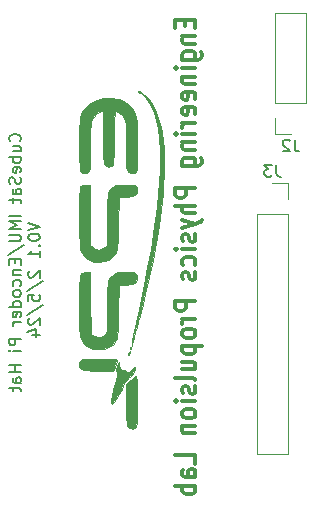
<source format=gbr>
%TF.GenerationSoftware,KiCad,Pcbnew,(6.0.5-0)*%
%TF.CreationDate,2024-02-05T18:51:56-05:00*%
%TF.ProjectId,CubeSat PCB,43756265-5361-4742-9050-43422e6b6963,rev?*%
%TF.SameCoordinates,Original*%
%TF.FileFunction,Legend,Bot*%
%TF.FilePolarity,Positive*%
%FSLAX46Y46*%
G04 Gerber Fmt 4.6, Leading zero omitted, Abs format (unit mm)*
G04 Created by KiCad (PCBNEW (6.0.5-0)) date 2024-02-05 18:51:56*
%MOMM*%
%LPD*%
G01*
G04 APERTURE LIST*
%ADD10C,0.300000*%
%ADD11C,0.150000*%
%ADD12C,0.010000*%
%ADD13C,0.120000*%
G04 APERTURE END LIST*
D10*
X108575000Y-74564285D02*
X108575000Y-75064285D01*
X109491666Y-75278571D02*
X109491666Y-74564285D01*
X107741666Y-74564285D01*
X107741666Y-75278571D01*
X108325000Y-75921428D02*
X109491666Y-75921428D01*
X108491666Y-75921428D02*
X108408333Y-75992857D01*
X108325000Y-76135714D01*
X108325000Y-76350000D01*
X108408333Y-76492857D01*
X108575000Y-76564285D01*
X109491666Y-76564285D01*
X108325000Y-77921428D02*
X109741666Y-77921428D01*
X109908333Y-77850000D01*
X109991666Y-77778571D01*
X110075000Y-77635714D01*
X110075000Y-77421428D01*
X109991666Y-77278571D01*
X109408333Y-77921428D02*
X109491666Y-77778571D01*
X109491666Y-77492857D01*
X109408333Y-77350000D01*
X109325000Y-77278571D01*
X109158333Y-77207142D01*
X108658333Y-77207142D01*
X108491666Y-77278571D01*
X108408333Y-77350000D01*
X108325000Y-77492857D01*
X108325000Y-77778571D01*
X108408333Y-77921428D01*
X109491666Y-78635714D02*
X108325000Y-78635714D01*
X107741666Y-78635714D02*
X107825000Y-78564285D01*
X107908333Y-78635714D01*
X107825000Y-78707142D01*
X107741666Y-78635714D01*
X107908333Y-78635714D01*
X108325000Y-79350000D02*
X109491666Y-79350000D01*
X108491666Y-79350000D02*
X108408333Y-79421428D01*
X108325000Y-79564285D01*
X108325000Y-79778571D01*
X108408333Y-79921428D01*
X108575000Y-79992857D01*
X109491666Y-79992857D01*
X109408333Y-81278571D02*
X109491666Y-81135714D01*
X109491666Y-80850000D01*
X109408333Y-80707142D01*
X109241666Y-80635714D01*
X108575000Y-80635714D01*
X108408333Y-80707142D01*
X108325000Y-80850000D01*
X108325000Y-81135714D01*
X108408333Y-81278571D01*
X108575000Y-81350000D01*
X108741666Y-81350000D01*
X108908333Y-80635714D01*
X109408333Y-82564285D02*
X109491666Y-82421428D01*
X109491666Y-82135714D01*
X109408333Y-81992857D01*
X109241666Y-81921428D01*
X108575000Y-81921428D01*
X108408333Y-81992857D01*
X108325000Y-82135714D01*
X108325000Y-82421428D01*
X108408333Y-82564285D01*
X108575000Y-82635714D01*
X108741666Y-82635714D01*
X108908333Y-81921428D01*
X109491666Y-83278571D02*
X108325000Y-83278571D01*
X108658333Y-83278571D02*
X108491666Y-83350000D01*
X108408333Y-83421428D01*
X108325000Y-83564285D01*
X108325000Y-83707142D01*
X109491666Y-84207142D02*
X108325000Y-84207142D01*
X107741666Y-84207142D02*
X107825000Y-84135714D01*
X107908333Y-84207142D01*
X107825000Y-84278571D01*
X107741666Y-84207142D01*
X107908333Y-84207142D01*
X108325000Y-84921428D02*
X109491666Y-84921428D01*
X108491666Y-84921428D02*
X108408333Y-84992857D01*
X108325000Y-85135714D01*
X108325000Y-85350000D01*
X108408333Y-85492857D01*
X108575000Y-85564285D01*
X109491666Y-85564285D01*
X108325000Y-86921428D02*
X109741666Y-86921428D01*
X109908333Y-86850000D01*
X109991666Y-86778571D01*
X110075000Y-86635714D01*
X110075000Y-86421428D01*
X109991666Y-86278571D01*
X109408333Y-86921428D02*
X109491666Y-86778571D01*
X109491666Y-86492857D01*
X109408333Y-86350000D01*
X109325000Y-86278571D01*
X109158333Y-86207142D01*
X108658333Y-86207142D01*
X108491666Y-86278571D01*
X108408333Y-86350000D01*
X108325000Y-86492857D01*
X108325000Y-86778571D01*
X108408333Y-86921428D01*
X109491666Y-88778571D02*
X107741666Y-88778571D01*
X107741666Y-89350000D01*
X107825000Y-89492857D01*
X107908333Y-89564285D01*
X108075000Y-89635714D01*
X108325000Y-89635714D01*
X108491666Y-89564285D01*
X108575000Y-89492857D01*
X108658333Y-89350000D01*
X108658333Y-88778571D01*
X109491666Y-90278571D02*
X107741666Y-90278571D01*
X109491666Y-90921428D02*
X108575000Y-90921428D01*
X108408333Y-90850000D01*
X108325000Y-90707142D01*
X108325000Y-90492857D01*
X108408333Y-90350000D01*
X108491666Y-90278571D01*
X108325000Y-91492857D02*
X109491666Y-91850000D01*
X108325000Y-92207142D02*
X109491666Y-91850000D01*
X109908333Y-91707142D01*
X109991666Y-91635714D01*
X110075000Y-91492857D01*
X109408333Y-92707142D02*
X109491666Y-92850000D01*
X109491666Y-93135714D01*
X109408333Y-93278571D01*
X109241666Y-93350000D01*
X109158333Y-93350000D01*
X108991666Y-93278571D01*
X108908333Y-93135714D01*
X108908333Y-92921428D01*
X108825000Y-92778571D01*
X108658333Y-92707142D01*
X108575000Y-92707142D01*
X108408333Y-92778571D01*
X108325000Y-92921428D01*
X108325000Y-93135714D01*
X108408333Y-93278571D01*
X109491666Y-93992857D02*
X108325000Y-93992857D01*
X107741666Y-93992857D02*
X107825000Y-93921428D01*
X107908333Y-93992857D01*
X107825000Y-94064285D01*
X107741666Y-93992857D01*
X107908333Y-93992857D01*
X109408333Y-95350000D02*
X109491666Y-95207142D01*
X109491666Y-94921428D01*
X109408333Y-94778571D01*
X109325000Y-94707142D01*
X109158333Y-94635714D01*
X108658333Y-94635714D01*
X108491666Y-94707142D01*
X108408333Y-94778571D01*
X108325000Y-94921428D01*
X108325000Y-95207142D01*
X108408333Y-95350000D01*
X109408333Y-95921428D02*
X109491666Y-96064285D01*
X109491666Y-96350000D01*
X109408333Y-96492857D01*
X109241666Y-96564285D01*
X109158333Y-96564285D01*
X108991666Y-96492857D01*
X108908333Y-96350000D01*
X108908333Y-96135714D01*
X108825000Y-95992857D01*
X108658333Y-95921428D01*
X108575000Y-95921428D01*
X108408333Y-95992857D01*
X108325000Y-96135714D01*
X108325000Y-96350000D01*
X108408333Y-96492857D01*
X109491666Y-98350000D02*
X107741666Y-98350000D01*
X107741666Y-98921428D01*
X107825000Y-99064285D01*
X107908333Y-99135714D01*
X108075000Y-99207142D01*
X108325000Y-99207142D01*
X108491666Y-99135714D01*
X108575000Y-99064285D01*
X108658333Y-98921428D01*
X108658333Y-98350000D01*
X109491666Y-99850000D02*
X108325000Y-99850000D01*
X108658333Y-99850000D02*
X108491666Y-99921428D01*
X108408333Y-99992857D01*
X108325000Y-100135714D01*
X108325000Y-100278571D01*
X109491666Y-100992857D02*
X109408333Y-100850000D01*
X109325000Y-100778571D01*
X109158333Y-100707142D01*
X108658333Y-100707142D01*
X108491666Y-100778571D01*
X108408333Y-100850000D01*
X108325000Y-100992857D01*
X108325000Y-101207142D01*
X108408333Y-101350000D01*
X108491666Y-101421428D01*
X108658333Y-101492857D01*
X109158333Y-101492857D01*
X109325000Y-101421428D01*
X109408333Y-101350000D01*
X109491666Y-101207142D01*
X109491666Y-100992857D01*
X108325000Y-102135714D02*
X110075000Y-102135714D01*
X108408333Y-102135714D02*
X108325000Y-102278571D01*
X108325000Y-102564285D01*
X108408333Y-102707142D01*
X108491666Y-102778571D01*
X108658333Y-102850000D01*
X109158333Y-102850000D01*
X109325000Y-102778571D01*
X109408333Y-102707142D01*
X109491666Y-102564285D01*
X109491666Y-102278571D01*
X109408333Y-102135714D01*
X108325000Y-104135714D02*
X109491666Y-104135714D01*
X108325000Y-103492857D02*
X109241666Y-103492857D01*
X109408333Y-103564285D01*
X109491666Y-103707142D01*
X109491666Y-103921428D01*
X109408333Y-104064285D01*
X109325000Y-104135714D01*
X109491666Y-105064285D02*
X109408333Y-104921428D01*
X109241666Y-104850000D01*
X107741666Y-104850000D01*
X109408333Y-105564285D02*
X109491666Y-105707142D01*
X109491666Y-105992857D01*
X109408333Y-106135714D01*
X109241666Y-106207142D01*
X109158333Y-106207142D01*
X108991666Y-106135714D01*
X108908333Y-105992857D01*
X108908333Y-105778571D01*
X108825000Y-105635714D01*
X108658333Y-105564285D01*
X108575000Y-105564285D01*
X108408333Y-105635714D01*
X108325000Y-105778571D01*
X108325000Y-105992857D01*
X108408333Y-106135714D01*
X109491666Y-106850000D02*
X108325000Y-106850000D01*
X107741666Y-106850000D02*
X107825000Y-106778571D01*
X107908333Y-106850000D01*
X107825000Y-106921428D01*
X107741666Y-106850000D01*
X107908333Y-106850000D01*
X109491666Y-107778571D02*
X109408333Y-107635714D01*
X109325000Y-107564285D01*
X109158333Y-107492857D01*
X108658333Y-107492857D01*
X108491666Y-107564285D01*
X108408333Y-107635714D01*
X108325000Y-107778571D01*
X108325000Y-107992857D01*
X108408333Y-108135714D01*
X108491666Y-108207142D01*
X108658333Y-108278571D01*
X109158333Y-108278571D01*
X109325000Y-108207142D01*
X109408333Y-108135714D01*
X109491666Y-107992857D01*
X109491666Y-107778571D01*
X108325000Y-108921428D02*
X109491666Y-108921428D01*
X108491666Y-108921428D02*
X108408333Y-108992857D01*
X108325000Y-109135714D01*
X108325000Y-109350000D01*
X108408333Y-109492857D01*
X108575000Y-109564285D01*
X109491666Y-109564285D01*
X109491666Y-112135714D02*
X109491666Y-111421428D01*
X107741666Y-111421428D01*
X109491666Y-113278571D02*
X108575000Y-113278571D01*
X108408333Y-113207142D01*
X108325000Y-113064285D01*
X108325000Y-112778571D01*
X108408333Y-112635714D01*
X109408333Y-113278571D02*
X109491666Y-113135714D01*
X109491666Y-112778571D01*
X109408333Y-112635714D01*
X109241666Y-112564285D01*
X109075000Y-112564285D01*
X108908333Y-112635714D01*
X108825000Y-112778571D01*
X108825000Y-113135714D01*
X108741666Y-113278571D01*
X109491666Y-113992857D02*
X107741666Y-113992857D01*
X108408333Y-113992857D02*
X108325000Y-114135714D01*
X108325000Y-114421428D01*
X108408333Y-114564285D01*
X108491666Y-114635714D01*
X108658333Y-114707142D01*
X109158333Y-114707142D01*
X109325000Y-114635714D01*
X109408333Y-114564285D01*
X109491666Y-114421428D01*
X109491666Y-114135714D01*
X109408333Y-113992857D01*
D11*
X94602142Y-84835714D02*
X94649761Y-84788095D01*
X94697380Y-84645238D01*
X94697380Y-84550000D01*
X94649761Y-84407142D01*
X94554523Y-84311904D01*
X94459285Y-84264285D01*
X94268809Y-84216666D01*
X94125952Y-84216666D01*
X93935476Y-84264285D01*
X93840238Y-84311904D01*
X93745000Y-84407142D01*
X93697380Y-84550000D01*
X93697380Y-84645238D01*
X93745000Y-84788095D01*
X93792619Y-84835714D01*
X94030714Y-85692857D02*
X94697380Y-85692857D01*
X94030714Y-85264285D02*
X94554523Y-85264285D01*
X94649761Y-85311904D01*
X94697380Y-85407142D01*
X94697380Y-85550000D01*
X94649761Y-85645238D01*
X94602142Y-85692857D01*
X94697380Y-86169047D02*
X93697380Y-86169047D01*
X94078333Y-86169047D02*
X94030714Y-86264285D01*
X94030714Y-86454761D01*
X94078333Y-86550000D01*
X94125952Y-86597619D01*
X94221190Y-86645238D01*
X94506904Y-86645238D01*
X94602142Y-86597619D01*
X94649761Y-86550000D01*
X94697380Y-86454761D01*
X94697380Y-86264285D01*
X94649761Y-86169047D01*
X94649761Y-87454761D02*
X94697380Y-87359523D01*
X94697380Y-87169047D01*
X94649761Y-87073809D01*
X94554523Y-87026190D01*
X94173571Y-87026190D01*
X94078333Y-87073809D01*
X94030714Y-87169047D01*
X94030714Y-87359523D01*
X94078333Y-87454761D01*
X94173571Y-87502380D01*
X94268809Y-87502380D01*
X94364047Y-87026190D01*
X94649761Y-87883333D02*
X94697380Y-88026190D01*
X94697380Y-88264285D01*
X94649761Y-88359523D01*
X94602142Y-88407142D01*
X94506904Y-88454761D01*
X94411666Y-88454761D01*
X94316428Y-88407142D01*
X94268809Y-88359523D01*
X94221190Y-88264285D01*
X94173571Y-88073809D01*
X94125952Y-87978571D01*
X94078333Y-87930952D01*
X93983095Y-87883333D01*
X93887857Y-87883333D01*
X93792619Y-87930952D01*
X93745000Y-87978571D01*
X93697380Y-88073809D01*
X93697380Y-88311904D01*
X93745000Y-88454761D01*
X94697380Y-89311904D02*
X94173571Y-89311904D01*
X94078333Y-89264285D01*
X94030714Y-89169047D01*
X94030714Y-88978571D01*
X94078333Y-88883333D01*
X94649761Y-89311904D02*
X94697380Y-89216666D01*
X94697380Y-88978571D01*
X94649761Y-88883333D01*
X94554523Y-88835714D01*
X94459285Y-88835714D01*
X94364047Y-88883333D01*
X94316428Y-88978571D01*
X94316428Y-89216666D01*
X94268809Y-89311904D01*
X94030714Y-89645238D02*
X94030714Y-90026190D01*
X93697380Y-89788095D02*
X94554523Y-89788095D01*
X94649761Y-89835714D01*
X94697380Y-89930952D01*
X94697380Y-90026190D01*
X94697380Y-91121428D02*
X93697380Y-91121428D01*
X94697380Y-91597619D02*
X93697380Y-91597619D01*
X94411666Y-91930952D01*
X93697380Y-92264285D01*
X94697380Y-92264285D01*
X93697380Y-92740476D02*
X94506904Y-92740476D01*
X94602142Y-92788095D01*
X94649761Y-92835714D01*
X94697380Y-92930952D01*
X94697380Y-93121428D01*
X94649761Y-93216666D01*
X94602142Y-93264285D01*
X94506904Y-93311904D01*
X93697380Y-93311904D01*
X93649761Y-94502380D02*
X94935476Y-93645238D01*
X94173571Y-94835714D02*
X94173571Y-95169047D01*
X94697380Y-95311904D02*
X94697380Y-94835714D01*
X93697380Y-94835714D01*
X93697380Y-95311904D01*
X94030714Y-95740476D02*
X94697380Y-95740476D01*
X94125952Y-95740476D02*
X94078333Y-95788095D01*
X94030714Y-95883333D01*
X94030714Y-96026190D01*
X94078333Y-96121428D01*
X94173571Y-96169047D01*
X94697380Y-96169047D01*
X94649761Y-97073809D02*
X94697380Y-96978571D01*
X94697380Y-96788095D01*
X94649761Y-96692857D01*
X94602142Y-96645238D01*
X94506904Y-96597619D01*
X94221190Y-96597619D01*
X94125952Y-96645238D01*
X94078333Y-96692857D01*
X94030714Y-96788095D01*
X94030714Y-96978571D01*
X94078333Y-97073809D01*
X94697380Y-97645238D02*
X94649761Y-97549999D01*
X94602142Y-97502380D01*
X94506904Y-97454761D01*
X94221190Y-97454761D01*
X94125952Y-97502380D01*
X94078333Y-97549999D01*
X94030714Y-97645238D01*
X94030714Y-97788095D01*
X94078333Y-97883333D01*
X94125952Y-97930952D01*
X94221190Y-97978571D01*
X94506904Y-97978571D01*
X94602142Y-97930952D01*
X94649761Y-97883333D01*
X94697380Y-97788095D01*
X94697380Y-97645238D01*
X94697380Y-98835714D02*
X93697380Y-98835714D01*
X94649761Y-98835714D02*
X94697380Y-98740476D01*
X94697380Y-98549999D01*
X94649761Y-98454761D01*
X94602142Y-98407142D01*
X94506904Y-98359523D01*
X94221190Y-98359523D01*
X94125952Y-98407142D01*
X94078333Y-98454761D01*
X94030714Y-98549999D01*
X94030714Y-98740476D01*
X94078333Y-98835714D01*
X94649761Y-99692857D02*
X94697380Y-99597619D01*
X94697380Y-99407142D01*
X94649761Y-99311904D01*
X94554523Y-99264285D01*
X94173571Y-99264285D01*
X94078333Y-99311904D01*
X94030714Y-99407142D01*
X94030714Y-99597619D01*
X94078333Y-99692857D01*
X94173571Y-99740476D01*
X94268809Y-99740476D01*
X94364047Y-99264285D01*
X94697380Y-100169047D02*
X94030714Y-100169047D01*
X94221190Y-100169047D02*
X94125952Y-100216666D01*
X94078333Y-100264285D01*
X94030714Y-100359523D01*
X94030714Y-100454761D01*
X94697380Y-101549999D02*
X93697380Y-101549999D01*
X93697380Y-101930952D01*
X93745000Y-102026190D01*
X93792619Y-102073809D01*
X93887857Y-102121428D01*
X94030714Y-102121428D01*
X94125952Y-102073809D01*
X94173571Y-102026190D01*
X94221190Y-101930952D01*
X94221190Y-101549999D01*
X94697380Y-102549999D02*
X94030714Y-102549999D01*
X93697380Y-102549999D02*
X93745000Y-102502380D01*
X93792619Y-102549999D01*
X93745000Y-102597619D01*
X93697380Y-102549999D01*
X93792619Y-102549999D01*
X94697380Y-103788095D02*
X93697380Y-103788095D01*
X94173571Y-103788095D02*
X94173571Y-104359523D01*
X94697380Y-104359523D02*
X93697380Y-104359523D01*
X94697380Y-105264285D02*
X94173571Y-105264285D01*
X94078333Y-105216666D01*
X94030714Y-105121428D01*
X94030714Y-104930952D01*
X94078333Y-104835714D01*
X94649761Y-105264285D02*
X94697380Y-105169047D01*
X94697380Y-104930952D01*
X94649761Y-104835714D01*
X94554523Y-104788095D01*
X94459285Y-104788095D01*
X94364047Y-104835714D01*
X94316428Y-104930952D01*
X94316428Y-105169047D01*
X94268809Y-105264285D01*
X94030714Y-105597619D02*
X94030714Y-105978571D01*
X93697380Y-105740476D02*
X94554523Y-105740476D01*
X94649761Y-105788095D01*
X94697380Y-105883333D01*
X94697380Y-105978571D01*
X95307380Y-91716666D02*
X96307380Y-92050000D01*
X95307380Y-92383333D01*
X95307380Y-92907142D02*
X95307380Y-93002380D01*
X95355000Y-93097619D01*
X95402619Y-93145238D01*
X95497857Y-93192857D01*
X95688333Y-93240476D01*
X95926428Y-93240476D01*
X96116904Y-93192857D01*
X96212142Y-93145238D01*
X96259761Y-93097619D01*
X96307380Y-93002380D01*
X96307380Y-92907142D01*
X96259761Y-92811904D01*
X96212142Y-92764285D01*
X96116904Y-92716666D01*
X95926428Y-92669047D01*
X95688333Y-92669047D01*
X95497857Y-92716666D01*
X95402619Y-92764285D01*
X95355000Y-92811904D01*
X95307380Y-92907142D01*
X96212142Y-93669047D02*
X96259761Y-93716666D01*
X96307380Y-93669047D01*
X96259761Y-93621428D01*
X96212142Y-93669047D01*
X96307380Y-93669047D01*
X96307380Y-94669047D02*
X96307380Y-94097619D01*
X96307380Y-94383333D02*
X95307380Y-94383333D01*
X95450238Y-94288095D01*
X95545476Y-94192857D01*
X95593095Y-94097619D01*
X95402619Y-95811904D02*
X95355000Y-95859523D01*
X95307380Y-95954761D01*
X95307380Y-96192857D01*
X95355000Y-96288095D01*
X95402619Y-96335714D01*
X95497857Y-96383333D01*
X95593095Y-96383333D01*
X95735952Y-96335714D01*
X96307380Y-95764285D01*
X96307380Y-96383333D01*
X95259761Y-97526190D02*
X96545476Y-96669047D01*
X95307380Y-98335714D02*
X95307380Y-97859523D01*
X95783571Y-97811904D01*
X95735952Y-97859523D01*
X95688333Y-97954761D01*
X95688333Y-98192857D01*
X95735952Y-98288095D01*
X95783571Y-98335714D01*
X95878809Y-98383333D01*
X96116904Y-98383333D01*
X96212142Y-98335714D01*
X96259761Y-98288095D01*
X96307380Y-98192857D01*
X96307380Y-97954761D01*
X96259761Y-97859523D01*
X96212142Y-97811904D01*
X95259761Y-99526190D02*
X96545476Y-98669047D01*
X95402619Y-99811904D02*
X95355000Y-99859523D01*
X95307380Y-99954761D01*
X95307380Y-100192857D01*
X95355000Y-100288095D01*
X95402619Y-100335714D01*
X95497857Y-100383333D01*
X95593095Y-100383333D01*
X95735952Y-100335714D01*
X96307380Y-99764285D01*
X96307380Y-100383333D01*
X95640714Y-101240476D02*
X96307380Y-101240476D01*
X95259761Y-101002380D02*
X95974047Y-100764285D01*
X95974047Y-101383333D01*
%TO.C,J3*%
X116333333Y-86822380D02*
X116333333Y-87536666D01*
X116380952Y-87679523D01*
X116476190Y-87774761D01*
X116619047Y-87822380D01*
X116714285Y-87822380D01*
X115952380Y-86822380D02*
X115333333Y-86822380D01*
X115666666Y-87203333D01*
X115523809Y-87203333D01*
X115428571Y-87250952D01*
X115380952Y-87298571D01*
X115333333Y-87393809D01*
X115333333Y-87631904D01*
X115380952Y-87727142D01*
X115428571Y-87774761D01*
X115523809Y-87822380D01*
X115809523Y-87822380D01*
X115904761Y-87774761D01*
X115952380Y-87727142D01*
%TO.C,J2*%
X117883333Y-84682380D02*
X117883333Y-85396666D01*
X117930952Y-85539523D01*
X118026190Y-85634761D01*
X118169047Y-85682380D01*
X118264285Y-85682380D01*
X117454761Y-84777619D02*
X117407142Y-84730000D01*
X117311904Y-84682380D01*
X117073809Y-84682380D01*
X116978571Y-84730000D01*
X116930952Y-84777619D01*
X116883333Y-84872857D01*
X116883333Y-84968095D01*
X116930952Y-85110952D01*
X117502380Y-85682380D01*
X116883333Y-85682380D01*
%TO.C,G\u002A\u002A\u002A*%
G36*
X104679001Y-80570124D02*
G01*
X104856866Y-80660449D01*
X105076960Y-80802896D01*
X105294840Y-80968622D01*
X105466065Y-81128783D01*
X105562702Y-81243533D01*
X105891377Y-81753322D01*
X106183640Y-82393964D01*
X106429516Y-83136659D01*
X106619029Y-83952604D01*
X106742202Y-84813000D01*
X106787137Y-85378301D01*
X106824158Y-86429323D01*
X106812444Y-87557014D01*
X106751861Y-88707667D01*
X106703212Y-89286577D01*
X106562426Y-90572804D01*
X106372241Y-91959539D01*
X106139561Y-93407816D01*
X105871288Y-94878667D01*
X105574327Y-96333126D01*
X105255579Y-97732226D01*
X104921949Y-99037000D01*
X104890958Y-99151265D01*
X104774223Y-99587406D01*
X104648866Y-100063010D01*
X104522321Y-100549057D01*
X104402023Y-101016529D01*
X104295407Y-101436407D01*
X104209907Y-101779670D01*
X104152959Y-102017300D01*
X104131998Y-102120278D01*
X104131472Y-102124561D01*
X104082657Y-102106880D01*
X104078470Y-102089816D01*
X104090829Y-101942307D01*
X104134286Y-101671926D01*
X104203508Y-101309602D01*
X104293159Y-100886269D01*
X104365525Y-100558243D01*
X104764191Y-98717034D01*
X105116608Y-97024130D01*
X105424483Y-95467557D01*
X105689528Y-94035340D01*
X105913450Y-92715502D01*
X106097962Y-91496068D01*
X106244771Y-90365063D01*
X106355588Y-89310512D01*
X106432123Y-88320438D01*
X106476085Y-87382868D01*
X106489184Y-86485825D01*
X106473130Y-85617334D01*
X106472123Y-85588987D01*
X106414495Y-84587880D01*
X106315940Y-83730566D01*
X106171203Y-82995831D01*
X105975028Y-82362463D01*
X105722161Y-81809245D01*
X105407346Y-81314966D01*
X105311449Y-81195550D01*
X105071383Y-80950843D01*
X104842845Y-80775304D01*
X104773681Y-80732592D01*
X104627398Y-80623164D01*
X104588931Y-80559513D01*
X104679001Y-80570124D01*
G37*
D12*
X104679001Y-80570124D02*
X104856866Y-80660449D01*
X105076960Y-80802896D01*
X105294840Y-80968622D01*
X105466065Y-81128783D01*
X105562702Y-81243533D01*
X105891377Y-81753322D01*
X106183640Y-82393964D01*
X106429516Y-83136659D01*
X106619029Y-83952604D01*
X106742202Y-84813000D01*
X106787137Y-85378301D01*
X106824158Y-86429323D01*
X106812444Y-87557014D01*
X106751861Y-88707667D01*
X106703212Y-89286577D01*
X106562426Y-90572804D01*
X106372241Y-91959539D01*
X106139561Y-93407816D01*
X105871288Y-94878667D01*
X105574327Y-96333126D01*
X105255579Y-97732226D01*
X104921949Y-99037000D01*
X104890958Y-99151265D01*
X104774223Y-99587406D01*
X104648866Y-100063010D01*
X104522321Y-100549057D01*
X104402023Y-101016529D01*
X104295407Y-101436407D01*
X104209907Y-101779670D01*
X104152959Y-102017300D01*
X104131998Y-102120278D01*
X104131472Y-102124561D01*
X104082657Y-102106880D01*
X104078470Y-102089816D01*
X104090829Y-101942307D01*
X104134286Y-101671926D01*
X104203508Y-101309602D01*
X104293159Y-100886269D01*
X104365525Y-100558243D01*
X104764191Y-98717034D01*
X105116608Y-97024130D01*
X105424483Y-95467557D01*
X105689528Y-94035340D01*
X105913450Y-92715502D01*
X106097962Y-91496068D01*
X106244771Y-90365063D01*
X106355588Y-89310512D01*
X106432123Y-88320438D01*
X106476085Y-87382868D01*
X106489184Y-86485825D01*
X106473130Y-85617334D01*
X106472123Y-85588987D01*
X106414495Y-84587880D01*
X106315940Y-83730566D01*
X106171203Y-82995831D01*
X105975028Y-82362463D01*
X105722161Y-81809245D01*
X105407346Y-81314966D01*
X105311449Y-81195550D01*
X105071383Y-80950843D01*
X104842845Y-80775304D01*
X104773681Y-80732592D01*
X104627398Y-80623164D01*
X104588931Y-80559513D01*
X104679001Y-80570124D01*
G36*
X102997831Y-81255093D02*
G01*
X103484414Y-81473198D01*
X103927960Y-81826413D01*
X104269119Y-82273497D01*
X104475497Y-82781000D01*
X104489595Y-82893648D01*
X104505926Y-83164872D01*
X104520484Y-83558302D01*
X104532518Y-84047974D01*
X104541274Y-84607924D01*
X104546000Y-85212188D01*
X104546904Y-85451336D01*
X104548198Y-86063463D01*
X104546294Y-86532974D01*
X104539822Y-86879903D01*
X104527408Y-87124284D01*
X104507681Y-87286152D01*
X104479268Y-87385541D01*
X104440798Y-87442486D01*
X104390899Y-87477021D01*
X104261636Y-87533986D01*
X104018426Y-87544293D01*
X103792666Y-87395334D01*
X103743571Y-87339341D01*
X103701415Y-87261275D01*
X103670434Y-87145155D01*
X103648919Y-86969101D01*
X103635161Y-86711235D01*
X103627450Y-86349676D01*
X103624077Y-85862545D01*
X103623333Y-85227962D01*
X103622714Y-84806969D01*
X103616776Y-84188467D01*
X103600794Y-83705316D01*
X103570254Y-83335880D01*
X103520644Y-83058522D01*
X103447450Y-82851607D01*
X103346161Y-82693500D01*
X103212264Y-82562564D01*
X103041245Y-82437163D01*
X102961348Y-82384262D01*
X102778106Y-82274404D01*
X102676233Y-82230667D01*
X102675537Y-82230813D01*
X102658538Y-82318421D01*
X102641546Y-82552654D01*
X102625381Y-82911712D01*
X102610863Y-83373797D01*
X102598814Y-83917109D01*
X102590053Y-84519850D01*
X102586517Y-84842080D01*
X102578232Y-85482109D01*
X102566942Y-85978803D01*
X102548972Y-86350358D01*
X102520648Y-86614968D01*
X102478295Y-86790830D01*
X102418238Y-86896139D01*
X102336803Y-86949091D01*
X102230315Y-86967880D01*
X102095100Y-86970704D01*
X102089752Y-86970732D01*
X101969103Y-86965836D01*
X101874520Y-86937704D01*
X101802832Y-86868075D01*
X101750870Y-86738686D01*
X101715464Y-86531276D01*
X101693444Y-86227582D01*
X101681639Y-85809342D01*
X101676881Y-85258295D01*
X101676000Y-84556178D01*
X101674273Y-84004406D01*
X101668851Y-83460076D01*
X101660275Y-82993431D01*
X101649100Y-82627383D01*
X101635878Y-82384842D01*
X101621164Y-82288720D01*
X101613433Y-82282158D01*
X101485533Y-82281499D01*
X101294470Y-82378358D01*
X101080480Y-82542362D01*
X100883802Y-82743139D01*
X100744674Y-82950318D01*
X100715777Y-83012711D01*
X100667873Y-83141150D01*
X100632206Y-83293559D01*
X100607001Y-83494164D01*
X100590486Y-83767191D01*
X100580885Y-84136867D01*
X100576425Y-84627416D01*
X100575333Y-85263065D01*
X100574846Y-85791964D01*
X100571971Y-86297533D01*
X100564940Y-86674086D01*
X100551998Y-86943728D01*
X100531388Y-87128568D01*
X100501356Y-87250710D01*
X100460145Y-87332263D01*
X100406000Y-87395334D01*
X100241927Y-87514979D01*
X99999363Y-87552940D01*
X99777047Y-87431619D01*
X99751203Y-87383734D01*
X99707191Y-87175386D01*
X99672927Y-86839551D01*
X99648333Y-86403880D01*
X99633331Y-85896023D01*
X99627845Y-85343634D01*
X99631798Y-84774362D01*
X99645111Y-84215858D01*
X99667707Y-83695775D01*
X99699510Y-83241762D01*
X99740443Y-82881472D01*
X99790427Y-82642556D01*
X99901363Y-82371426D01*
X100215558Y-81917253D01*
X100643226Y-81556173D01*
X101159828Y-81298802D01*
X101740823Y-81155754D01*
X102361671Y-81137645D01*
X102997831Y-81255093D01*
G37*
X102997831Y-81255093D02*
X103484414Y-81473198D01*
X103927960Y-81826413D01*
X104269119Y-82273497D01*
X104475497Y-82781000D01*
X104489595Y-82893648D01*
X104505926Y-83164872D01*
X104520484Y-83558302D01*
X104532518Y-84047974D01*
X104541274Y-84607924D01*
X104546000Y-85212188D01*
X104546904Y-85451336D01*
X104548198Y-86063463D01*
X104546294Y-86532974D01*
X104539822Y-86879903D01*
X104527408Y-87124284D01*
X104507681Y-87286152D01*
X104479268Y-87385541D01*
X104440798Y-87442486D01*
X104390899Y-87477021D01*
X104261636Y-87533986D01*
X104018426Y-87544293D01*
X103792666Y-87395334D01*
X103743571Y-87339341D01*
X103701415Y-87261275D01*
X103670434Y-87145155D01*
X103648919Y-86969101D01*
X103635161Y-86711235D01*
X103627450Y-86349676D01*
X103624077Y-85862545D01*
X103623333Y-85227962D01*
X103622714Y-84806969D01*
X103616776Y-84188467D01*
X103600794Y-83705316D01*
X103570254Y-83335880D01*
X103520644Y-83058522D01*
X103447450Y-82851607D01*
X103346161Y-82693500D01*
X103212264Y-82562564D01*
X103041245Y-82437163D01*
X102961348Y-82384262D01*
X102778106Y-82274404D01*
X102676233Y-82230667D01*
X102675537Y-82230813D01*
X102658538Y-82318421D01*
X102641546Y-82552654D01*
X102625381Y-82911712D01*
X102610863Y-83373797D01*
X102598814Y-83917109D01*
X102590053Y-84519850D01*
X102586517Y-84842080D01*
X102578232Y-85482109D01*
X102566942Y-85978803D01*
X102548972Y-86350358D01*
X102520648Y-86614968D01*
X102478295Y-86790830D01*
X102418238Y-86896139D01*
X102336803Y-86949091D01*
X102230315Y-86967880D01*
X102095100Y-86970704D01*
X102089752Y-86970732D01*
X101969103Y-86965836D01*
X101874520Y-86937704D01*
X101802832Y-86868075D01*
X101750870Y-86738686D01*
X101715464Y-86531276D01*
X101693444Y-86227582D01*
X101681639Y-85809342D01*
X101676881Y-85258295D01*
X101676000Y-84556178D01*
X101674273Y-84004406D01*
X101668851Y-83460076D01*
X101660275Y-82993431D01*
X101649100Y-82627383D01*
X101635878Y-82384842D01*
X101621164Y-82288720D01*
X101613433Y-82282158D01*
X101485533Y-82281499D01*
X101294470Y-82378358D01*
X101080480Y-82542362D01*
X100883802Y-82743139D01*
X100744674Y-82950318D01*
X100715777Y-83012711D01*
X100667873Y-83141150D01*
X100632206Y-83293559D01*
X100607001Y-83494164D01*
X100590486Y-83767191D01*
X100580885Y-84136867D01*
X100576425Y-84627416D01*
X100575333Y-85263065D01*
X100574846Y-85791964D01*
X100571971Y-86297533D01*
X100564940Y-86674086D01*
X100551998Y-86943728D01*
X100531388Y-87128568D01*
X100501356Y-87250710D01*
X100460145Y-87332263D01*
X100406000Y-87395334D01*
X100241927Y-87514979D01*
X99999363Y-87552940D01*
X99777047Y-87431619D01*
X99751203Y-87383734D01*
X99707191Y-87175386D01*
X99672927Y-86839551D01*
X99648333Y-86403880D01*
X99633331Y-85896023D01*
X99627845Y-85343634D01*
X99631798Y-84774362D01*
X99645111Y-84215858D01*
X99667707Y-83695775D01*
X99699510Y-83241762D01*
X99740443Y-82881472D01*
X99790427Y-82642556D01*
X99901363Y-82371426D01*
X100215558Y-81917253D01*
X100643226Y-81556173D01*
X101159828Y-81298802D01*
X101740823Y-81155754D01*
X102361671Y-81137645D01*
X102997831Y-81255093D01*
G36*
X100575333Y-93583697D02*
G01*
X100783151Y-93791515D01*
X100971979Y-93930241D01*
X101294999Y-93999334D01*
X101532198Y-93965086D01*
X101806848Y-93791515D01*
X102014666Y-93583697D01*
X102014666Y-91502796D01*
X102015289Y-91066123D01*
X102020788Y-90435449D01*
X102034990Y-89941240D01*
X102061504Y-89562714D01*
X102103935Y-89279087D01*
X102165892Y-89069578D01*
X102250982Y-88913402D01*
X102362812Y-88789777D01*
X102504990Y-88677920D01*
X102558792Y-88641548D01*
X102709448Y-88566739D01*
X102899056Y-88522492D01*
X103171007Y-88501386D01*
X103568696Y-88496000D01*
X103730994Y-88496557D01*
X104064585Y-88505330D01*
X104275316Y-88529128D01*
X104396942Y-88573544D01*
X104463218Y-88644167D01*
X104515331Y-88775953D01*
X104550795Y-89004000D01*
X104541286Y-89167424D01*
X104480381Y-89322546D01*
X104337645Y-89420219D01*
X104083944Y-89477638D01*
X103690145Y-89512000D01*
X102988333Y-89554334D01*
X102946000Y-91798000D01*
X102940240Y-92103298D01*
X102926838Y-92741508D01*
X102910777Y-93241607D01*
X102887492Y-93625735D01*
X102852417Y-93916035D01*
X102800987Y-94134648D01*
X102728637Y-94303717D01*
X102630801Y-94445382D01*
X102502914Y-94581787D01*
X102340410Y-94735072D01*
X102160157Y-94863189D01*
X101780358Y-95003362D01*
X101339240Y-95056582D01*
X100891208Y-95018453D01*
X100490666Y-94884577D01*
X100465026Y-94871013D01*
X100152426Y-94635686D01*
X99887559Y-94321185D01*
X99726999Y-93993519D01*
X99710498Y-93899686D01*
X99688704Y-93637807D01*
X99671269Y-93256732D01*
X99658171Y-92782685D01*
X99649386Y-92241892D01*
X99644891Y-91660580D01*
X99644664Y-91064973D01*
X99648682Y-90481297D01*
X99656922Y-89935776D01*
X99669361Y-89454638D01*
X99685977Y-89064107D01*
X99706746Y-88790408D01*
X99731645Y-88659767D01*
X99779930Y-88593095D01*
X99930272Y-88517431D01*
X100197312Y-88496000D01*
X100575333Y-88496000D01*
X100575333Y-93583697D01*
G37*
X100575333Y-93583697D02*
X100783151Y-93791515D01*
X100971979Y-93930241D01*
X101294999Y-93999334D01*
X101532198Y-93965086D01*
X101806848Y-93791515D01*
X102014666Y-93583697D01*
X102014666Y-91502796D01*
X102015289Y-91066123D01*
X102020788Y-90435449D01*
X102034990Y-89941240D01*
X102061504Y-89562714D01*
X102103935Y-89279087D01*
X102165892Y-89069578D01*
X102250982Y-88913402D01*
X102362812Y-88789777D01*
X102504990Y-88677920D01*
X102558792Y-88641548D01*
X102709448Y-88566739D01*
X102899056Y-88522492D01*
X103171007Y-88501386D01*
X103568696Y-88496000D01*
X103730994Y-88496557D01*
X104064585Y-88505330D01*
X104275316Y-88529128D01*
X104396942Y-88573544D01*
X104463218Y-88644167D01*
X104515331Y-88775953D01*
X104550795Y-89004000D01*
X104541286Y-89167424D01*
X104480381Y-89322546D01*
X104337645Y-89420219D01*
X104083944Y-89477638D01*
X103690145Y-89512000D01*
X102988333Y-89554334D01*
X102946000Y-91798000D01*
X102940240Y-92103298D01*
X102926838Y-92741508D01*
X102910777Y-93241607D01*
X102887492Y-93625735D01*
X102852417Y-93916035D01*
X102800987Y-94134648D01*
X102728637Y-94303717D01*
X102630801Y-94445382D01*
X102502914Y-94581787D01*
X102340410Y-94735072D01*
X102160157Y-94863189D01*
X101780358Y-95003362D01*
X101339240Y-95056582D01*
X100891208Y-95018453D01*
X100490666Y-94884577D01*
X100465026Y-94871013D01*
X100152426Y-94635686D01*
X99887559Y-94321185D01*
X99726999Y-93993519D01*
X99710498Y-93899686D01*
X99688704Y-93637807D01*
X99671269Y-93256732D01*
X99658171Y-92782685D01*
X99649386Y-92241892D01*
X99644891Y-91660580D01*
X99644664Y-91064973D01*
X99648682Y-90481297D01*
X99656922Y-89935776D01*
X99669361Y-89454638D01*
X99685977Y-89064107D01*
X99706746Y-88790408D01*
X99731645Y-88659767D01*
X99779930Y-88593095D01*
X99930272Y-88517431D01*
X100197312Y-88496000D01*
X100575333Y-88496000D01*
X100575333Y-93583697D01*
G36*
X103701976Y-95904841D02*
G01*
X104025072Y-95913839D01*
X104229827Y-95939491D01*
X104353746Y-95988779D01*
X104434330Y-96068682D01*
X104509044Y-96219599D01*
X104554666Y-96457727D01*
X104553483Y-96502184D01*
X104495430Y-96713592D01*
X104334766Y-96855785D01*
X104050387Y-96940568D01*
X103621189Y-96979740D01*
X102988333Y-97005000D01*
X102946000Y-99206334D01*
X102942721Y-99375278D01*
X102929272Y-100012061D01*
X102915613Y-100507136D01*
X102899722Y-100882946D01*
X102879577Y-101161935D01*
X102853154Y-101366549D01*
X102818432Y-101519230D01*
X102773387Y-101642425D01*
X102715998Y-101758577D01*
X102556801Y-101993883D01*
X102210294Y-102273130D01*
X101753741Y-102425106D01*
X101185464Y-102450569D01*
X100797981Y-102401767D01*
X100367963Y-102249571D01*
X100047353Y-101987783D01*
X99815498Y-101603638D01*
X99782554Y-101523759D01*
X99739818Y-101396196D01*
X99706858Y-101247202D01*
X99682415Y-101055648D01*
X99665235Y-100800406D01*
X99654059Y-100460348D01*
X99647633Y-100014344D01*
X99644698Y-99441266D01*
X99644000Y-98719987D01*
X99644465Y-97997718D01*
X99648118Y-97382622D01*
X99658363Y-96903482D01*
X99678605Y-96543144D01*
X99712248Y-96284453D01*
X99762698Y-96110255D01*
X99833358Y-96003396D01*
X99927634Y-95946722D01*
X100048929Y-95923077D01*
X100200650Y-95915308D01*
X100533000Y-95904334D01*
X100575333Y-98486667D01*
X100579859Y-98744553D01*
X100593500Y-99373623D01*
X100609434Y-99941069D01*
X100626822Y-100425350D01*
X100644829Y-100804926D01*
X100662617Y-101058259D01*
X100679350Y-101163809D01*
X100746591Y-101233675D01*
X100964223Y-101349671D01*
X101230200Y-101418644D01*
X101464843Y-101415104D01*
X101638496Y-101343270D01*
X101847486Y-101193847D01*
X101852033Y-101189264D01*
X101902975Y-101127722D01*
X101942032Y-101045624D01*
X101970776Y-100921717D01*
X101990778Y-100734747D01*
X102003609Y-100463461D01*
X102010842Y-100086604D01*
X102014048Y-99582924D01*
X102014798Y-98931167D01*
X102015655Y-98427827D01*
X102021784Y-97815289D01*
X102037270Y-97336386D01*
X102066100Y-96969874D01*
X102112261Y-96694510D01*
X102179740Y-96489052D01*
X102272523Y-96332257D01*
X102394597Y-96202883D01*
X102549949Y-96079685D01*
X102564927Y-96068871D01*
X102713215Y-95985240D01*
X102897503Y-95935116D01*
X103162133Y-95910735D01*
X103551446Y-95904334D01*
X103701976Y-95904841D01*
G37*
X103701976Y-95904841D02*
X104025072Y-95913839D01*
X104229827Y-95939491D01*
X104353746Y-95988779D01*
X104434330Y-96068682D01*
X104509044Y-96219599D01*
X104554666Y-96457727D01*
X104553483Y-96502184D01*
X104495430Y-96713592D01*
X104334766Y-96855785D01*
X104050387Y-96940568D01*
X103621189Y-96979740D01*
X102988333Y-97005000D01*
X102946000Y-99206334D01*
X102942721Y-99375278D01*
X102929272Y-100012061D01*
X102915613Y-100507136D01*
X102899722Y-100882946D01*
X102879577Y-101161935D01*
X102853154Y-101366549D01*
X102818432Y-101519230D01*
X102773387Y-101642425D01*
X102715998Y-101758577D01*
X102556801Y-101993883D01*
X102210294Y-102273130D01*
X101753741Y-102425106D01*
X101185464Y-102450569D01*
X100797981Y-102401767D01*
X100367963Y-102249571D01*
X100047353Y-101987783D01*
X99815498Y-101603638D01*
X99782554Y-101523759D01*
X99739818Y-101396196D01*
X99706858Y-101247202D01*
X99682415Y-101055648D01*
X99665235Y-100800406D01*
X99654059Y-100460348D01*
X99647633Y-100014344D01*
X99644698Y-99441266D01*
X99644000Y-98719987D01*
X99644465Y-97997718D01*
X99648118Y-97382622D01*
X99658363Y-96903482D01*
X99678605Y-96543144D01*
X99712248Y-96284453D01*
X99762698Y-96110255D01*
X99833358Y-96003396D01*
X99927634Y-95946722D01*
X100048929Y-95923077D01*
X100200650Y-95915308D01*
X100533000Y-95904334D01*
X100575333Y-98486667D01*
X100579859Y-98744553D01*
X100593500Y-99373623D01*
X100609434Y-99941069D01*
X100626822Y-100425350D01*
X100644829Y-100804926D01*
X100662617Y-101058259D01*
X100679350Y-101163809D01*
X100746591Y-101233675D01*
X100964223Y-101349671D01*
X101230200Y-101418644D01*
X101464843Y-101415104D01*
X101638496Y-101343270D01*
X101847486Y-101193847D01*
X101852033Y-101189264D01*
X101902975Y-101127722D01*
X101942032Y-101045624D01*
X101970776Y-100921717D01*
X101990778Y-100734747D01*
X102003609Y-100463461D01*
X102010842Y-100086604D01*
X102014048Y-99582924D01*
X102014798Y-98931167D01*
X102015655Y-98427827D01*
X102021784Y-97815289D01*
X102037270Y-97336386D01*
X102066100Y-96969874D01*
X102112261Y-96694510D01*
X102179740Y-96489052D01*
X102272523Y-96332257D01*
X102394597Y-96202883D01*
X102549949Y-96079685D01*
X102564927Y-96068871D01*
X102713215Y-95985240D01*
X102897503Y-95935116D01*
X103162133Y-95910735D01*
X103551446Y-95904334D01*
X103701976Y-95904841D01*
G36*
X104462130Y-104731539D02*
G01*
X104494023Y-104900167D01*
X104498786Y-104947537D01*
X104509593Y-105164124D01*
X104519941Y-105509796D01*
X104529204Y-105956643D01*
X104536759Y-106476758D01*
X104541980Y-107042234D01*
X104543754Y-107329180D01*
X104544886Y-107916652D01*
X104538355Y-108362380D01*
X104520250Y-108685908D01*
X104486659Y-108906784D01*
X104433671Y-109044551D01*
X104357373Y-109118757D01*
X104253853Y-109148947D01*
X104119200Y-109154667D01*
X104007138Y-109148790D01*
X103877288Y-109110420D01*
X103780229Y-109019307D01*
X103711291Y-108856031D01*
X103665803Y-108601171D01*
X103639095Y-108235306D01*
X103626495Y-107739017D01*
X103623333Y-107092881D01*
X103623333Y-105407440D01*
X104020708Y-105037387D01*
X104215353Y-104858500D01*
X104371142Y-104720256D01*
X104438418Y-104667334D01*
X104462130Y-104731539D01*
G37*
X104462130Y-104731539D02*
X104494023Y-104900167D01*
X104498786Y-104947537D01*
X104509593Y-105164124D01*
X104519941Y-105509796D01*
X104529204Y-105956643D01*
X104536759Y-106476758D01*
X104541980Y-107042234D01*
X104543754Y-107329180D01*
X104544886Y-107916652D01*
X104538355Y-108362380D01*
X104520250Y-108685908D01*
X104486659Y-108906784D01*
X104433671Y-109044551D01*
X104357373Y-109118757D01*
X104253853Y-109148947D01*
X104119200Y-109154667D01*
X104007138Y-109148790D01*
X103877288Y-109110420D01*
X103780229Y-109019307D01*
X103711291Y-108856031D01*
X103665803Y-108601171D01*
X103639095Y-108235306D01*
X103626495Y-107739017D01*
X103623333Y-107092881D01*
X103623333Y-105407440D01*
X104020708Y-105037387D01*
X104215353Y-104858500D01*
X104371142Y-104720256D01*
X104438418Y-104667334D01*
X104462130Y-104731539D01*
G36*
X103025056Y-103778334D02*
G01*
X103025403Y-103788415D01*
X103064113Y-104042228D01*
X103178379Y-104171715D01*
X103401559Y-104215618D01*
X103586207Y-104254051D01*
X103715367Y-104340587D01*
X103777732Y-104382023D01*
X103897178Y-104329487D01*
X104095045Y-104158355D01*
X104230843Y-104030720D01*
X104340141Y-103942587D01*
X104369122Y-103959913D01*
X104341432Y-104074667D01*
X104275558Y-104281909D01*
X104167014Y-104535563D01*
X104026748Y-104724902D01*
X103814621Y-104913871D01*
X103737028Y-104981995D01*
X103517523Y-105236754D01*
X103375673Y-105493541D01*
X103358600Y-105540104D01*
X103254809Y-105775536D01*
X103156906Y-105937334D01*
X103099006Y-106019589D01*
X102973781Y-106231334D01*
X102835256Y-106492985D01*
X102741876Y-106667241D01*
X102598545Y-106896820D01*
X102486938Y-107032519D01*
X102485721Y-107033521D01*
X102395510Y-107050404D01*
X102352151Y-106930672D01*
X102353569Y-106699545D01*
X102397687Y-106382244D01*
X102482428Y-106003989D01*
X102605715Y-105590001D01*
X102666110Y-105404514D01*
X102772685Y-105019236D01*
X102817510Y-104724699D01*
X102808706Y-104476345D01*
X102796617Y-104234925D01*
X102888084Y-103820167D01*
X103016853Y-103524334D01*
X103025056Y-103778334D01*
G37*
X103025056Y-103778334D02*
X103025403Y-103788415D01*
X103064113Y-104042228D01*
X103178379Y-104171715D01*
X103401559Y-104215618D01*
X103586207Y-104254051D01*
X103715367Y-104340587D01*
X103777732Y-104382023D01*
X103897178Y-104329487D01*
X104095045Y-104158355D01*
X104230843Y-104030720D01*
X104340141Y-103942587D01*
X104369122Y-103959913D01*
X104341432Y-104074667D01*
X104275558Y-104281909D01*
X104167014Y-104535563D01*
X104026748Y-104724902D01*
X103814621Y-104913871D01*
X103737028Y-104981995D01*
X103517523Y-105236754D01*
X103375673Y-105493541D01*
X103358600Y-105540104D01*
X103254809Y-105775536D01*
X103156906Y-105937334D01*
X103099006Y-106019589D01*
X102973781Y-106231334D01*
X102835256Y-106492985D01*
X102741876Y-106667241D01*
X102598545Y-106896820D01*
X102486938Y-107032519D01*
X102485721Y-107033521D01*
X102395510Y-107050404D01*
X102352151Y-106930672D01*
X102353569Y-106699545D01*
X102397687Y-106382244D01*
X102482428Y-106003989D01*
X102605715Y-105590001D01*
X102666110Y-105404514D01*
X102772685Y-105019236D01*
X102817510Y-104724699D01*
X102808706Y-104476345D01*
X102796617Y-104234925D01*
X102888084Y-103820167D01*
X103016853Y-103524334D01*
X103025056Y-103778334D01*
G36*
X104039982Y-102331945D02*
G01*
X104033995Y-102417819D01*
X103995513Y-102443070D01*
X103978736Y-102413116D01*
X103988829Y-102280792D01*
X104019305Y-102241602D01*
X104039982Y-102331945D01*
G37*
X104039982Y-102331945D02*
X104033995Y-102417819D01*
X103995513Y-102443070D01*
X103978736Y-102413116D01*
X103988829Y-102280792D01*
X104019305Y-102241602D01*
X104039982Y-102331945D01*
G36*
X103954752Y-102635334D02*
G01*
X103947533Y-102708592D01*
X103877333Y-102889334D01*
X103853284Y-102923579D01*
X103805824Y-102949787D01*
X103813841Y-102857171D01*
X103877333Y-102677667D01*
X103930578Y-102584703D01*
X103954752Y-102635334D01*
G37*
X103954752Y-102635334D02*
X103947533Y-102708592D01*
X103877333Y-102889334D01*
X103853284Y-102923579D01*
X103805824Y-102949787D01*
X103813841Y-102857171D01*
X103877333Y-102677667D01*
X103930578Y-102584703D01*
X103954752Y-102635334D01*
G36*
X101524653Y-103229073D02*
G01*
X101966342Y-103235617D01*
X102336093Y-103247112D01*
X102601444Y-103262410D01*
X102729931Y-103280360D01*
X102745713Y-103286866D01*
X102812545Y-103343939D01*
X102819955Y-103452989D01*
X102763427Y-103647625D01*
X102638447Y-103961459D01*
X102520394Y-104244000D01*
X101215244Y-104244000D01*
X100759465Y-104241588D01*
X100325534Y-104227900D01*
X100020601Y-104195613D01*
X99822324Y-104137504D01*
X99708360Y-104046347D01*
X99656366Y-103914921D01*
X99644000Y-103736000D01*
X99653589Y-103572528D01*
X99699626Y-103438129D01*
X99804296Y-103343841D01*
X99989722Y-103282675D01*
X100278031Y-103247640D01*
X100691345Y-103231745D01*
X101251789Y-103228000D01*
X101524653Y-103229073D01*
G37*
X101524653Y-103229073D02*
X101966342Y-103235617D01*
X102336093Y-103247112D01*
X102601444Y-103262410D01*
X102729931Y-103280360D01*
X102745713Y-103286866D01*
X102812545Y-103343939D01*
X102819955Y-103452989D01*
X102763427Y-103647625D01*
X102638447Y-103961459D01*
X102520394Y-104244000D01*
X101215244Y-104244000D01*
X100759465Y-104241588D01*
X100325534Y-104227900D01*
X100020601Y-104195613D01*
X99822324Y-104137504D01*
X99708360Y-104046347D01*
X99656366Y-103914921D01*
X99644000Y-103736000D01*
X99653589Y-103572528D01*
X99699626Y-103438129D01*
X99804296Y-103343841D01*
X99989722Y-103282675D01*
X100278031Y-103247640D01*
X100691345Y-103231745D01*
X101251789Y-103228000D01*
X101524653Y-103229073D01*
D13*
%TO.C,J3*%
X117330000Y-89700000D02*
X117330000Y-88370000D01*
X117330000Y-90970000D02*
X117330000Y-111350000D01*
X114670000Y-90970000D02*
X114670000Y-111350000D01*
X117330000Y-90970000D02*
X114670000Y-90970000D01*
X117330000Y-111350000D02*
X114670000Y-111350000D01*
X117330000Y-88370000D02*
X116000000Y-88370000D01*
%TO.C,J2*%
X118880000Y-81630000D02*
X118880000Y-73950000D01*
X116220000Y-82900000D02*
X116220000Y-84230000D01*
X116220000Y-73950000D02*
X118880000Y-73950000D01*
X116220000Y-81630000D02*
X118880000Y-81630000D01*
X116220000Y-84230000D02*
X117550000Y-84230000D01*
X116220000Y-81630000D02*
X116220000Y-73950000D01*
%TD*%
M02*

</source>
